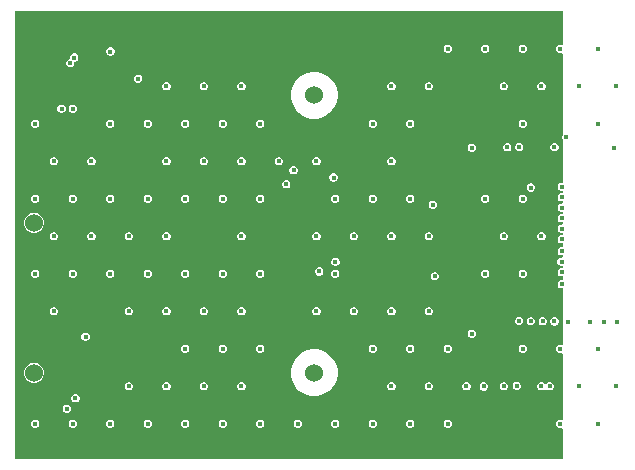
<source format=gbr>
%TF.GenerationSoftware,Altium Limited,Altium Designer,23.5.1 (21)*%
G04 Layer_Physical_Order=3*
G04 Layer_Color=8323857*
%FSLAX45Y45*%
%MOMM*%
%TF.SameCoordinates,0CF0D061-263B-42B0-A585-B6EE71A6EBF9*%
%TF.FilePolarity,Positive*%
%TF.FileFunction,Copper,L3,Inr,Signal*%
%TF.Part,Single*%
G01*
G75*
%TA.AperFunction,TestPad*%
%ADD31C,1.52400*%
%TA.AperFunction,ViaPad*%
%ADD33C,0.45000*%
%TA.AperFunction,ComponentPad*%
%ADD34C,1.52400*%
G36*
X7327900Y6073474D02*
X7315200Y6065340D01*
X7309502Y6067700D01*
X7295498D01*
X7282561Y6062341D01*
X7272659Y6052439D01*
X7267300Y6039502D01*
Y6025498D01*
X7272659Y6012561D01*
X7282561Y6002659D01*
X7295498Y5997300D01*
X7309502D01*
X7315200Y5999660D01*
X7327900Y5991526D01*
Y5307880D01*
X7324059Y5304039D01*
X7318700Y5291102D01*
Y5277098D01*
X7324059Y5264161D01*
X7327900Y5260320D01*
Y4914900D01*
Y4903107D01*
X7322202Y4899300D01*
X7308198D01*
X7295261Y4893941D01*
X7285359Y4884039D01*
X7280000Y4871102D01*
Y4857098D01*
X7285359Y4844161D01*
X7295261Y4834259D01*
X7308198Y4828900D01*
X7322202D01*
X7326657Y4825923D01*
Y4821255D01*
X7315190Y4810400D01*
X7308198D01*
X7295261Y4805041D01*
X7285359Y4795139D01*
X7280000Y4782202D01*
Y4768198D01*
X7285359Y4755261D01*
X7295261Y4745359D01*
X7308198Y4740000D01*
X7322202D01*
X7326657Y4737023D01*
Y4732355D01*
X7315190Y4721500D01*
X7308198D01*
X7295261Y4716141D01*
X7285359Y4706239D01*
X7280000Y4693302D01*
Y4679298D01*
X7285359Y4666361D01*
X7295261Y4656459D01*
X7308198Y4651100D01*
X7322202D01*
X7326657Y4648123D01*
Y4643455D01*
X7315190Y4632600D01*
X7308198D01*
X7295261Y4627241D01*
X7285359Y4617339D01*
X7280000Y4604402D01*
Y4590398D01*
X7285359Y4577461D01*
X7295261Y4567559D01*
X7308198Y4562200D01*
X7322202D01*
X7326657Y4559223D01*
Y4554555D01*
X7315190Y4543700D01*
X7308198D01*
X7295261Y4538341D01*
X7285359Y4528439D01*
X7280000Y4515502D01*
Y4501498D01*
X7285359Y4488561D01*
X7295261Y4478659D01*
X7308198Y4473300D01*
X7322202D01*
X7326657Y4470323D01*
Y4465655D01*
X7315190Y4454800D01*
X7308198D01*
X7295261Y4449441D01*
X7285359Y4439539D01*
X7280000Y4426602D01*
Y4412598D01*
X7285359Y4399661D01*
X7295261Y4389759D01*
X7308198Y4384400D01*
X7322202D01*
X7327900Y4380593D01*
Y4357007D01*
X7322202Y4353200D01*
X7308198D01*
X7295261Y4347841D01*
X7285359Y4337939D01*
X7280000Y4325002D01*
Y4310998D01*
X7285359Y4298061D01*
X7295261Y4288159D01*
X7308198Y4282800D01*
X7322202D01*
X7325792Y4280401D01*
Y4275204D01*
X7314356Y4264396D01*
X7307219D01*
X7294282Y4259037D01*
X7284380Y4249135D01*
X7279021Y4236198D01*
Y4222194D01*
X7284380Y4209257D01*
X7294282Y4199355D01*
X7307219Y4193996D01*
X7321223D01*
X7326013Y4190795D01*
Y4186521D01*
X7314368Y4175400D01*
X7308198D01*
X7295261Y4170041D01*
X7285359Y4160139D01*
X7280000Y4147202D01*
Y4133198D01*
X7285359Y4120261D01*
X7295261Y4110359D01*
X7308198Y4105000D01*
X7322202D01*
X7327900Y4101193D01*
Y4077607D01*
X7322202Y4073800D01*
X7308198D01*
X7295261Y4068441D01*
X7285359Y4058539D01*
X7280000Y4045602D01*
Y4031598D01*
X7285359Y4018661D01*
X7295261Y4008759D01*
X7308198Y4003400D01*
X7322202D01*
X7327900Y3999593D01*
Y3533474D01*
X7315200Y3525340D01*
X7309502Y3527700D01*
X7295498D01*
X7282561Y3522341D01*
X7272659Y3512439D01*
X7267300Y3499502D01*
Y3485498D01*
X7272659Y3472561D01*
X7282561Y3462659D01*
X7295498Y3457300D01*
X7309502D01*
X7315200Y3459660D01*
X7327900Y3451526D01*
Y2898474D01*
X7315200Y2890340D01*
X7309502Y2892700D01*
X7295498D01*
X7282561Y2887341D01*
X7272659Y2877439D01*
X7267300Y2864502D01*
Y2850498D01*
X7272659Y2837561D01*
X7282561Y2827659D01*
X7295498Y2822300D01*
X7309502D01*
X7315200Y2824660D01*
X7327900Y2816526D01*
Y2560391D01*
X2687391D01*
Y6355009D01*
X7327900D01*
Y6073474D01*
D02*
G37*
%LPC*%
G36*
X6992002Y6067700D02*
X6977998D01*
X6965061Y6062341D01*
X6955159Y6052439D01*
X6949800Y6039502D01*
Y6025498D01*
X6955159Y6012561D01*
X6965061Y6002659D01*
X6977998Y5997300D01*
X6992002D01*
X7004939Y6002659D01*
X7014841Y6012561D01*
X7020200Y6025498D01*
Y6039502D01*
X7014841Y6052439D01*
X7004939Y6062341D01*
X6992002Y6067700D01*
D02*
G37*
G36*
X6674502D02*
X6660498D01*
X6647561Y6062341D01*
X6637659Y6052439D01*
X6632300Y6039502D01*
Y6025498D01*
X6637659Y6012561D01*
X6647561Y6002659D01*
X6660498Y5997300D01*
X6674502D01*
X6687439Y6002659D01*
X6697341Y6012561D01*
X6702700Y6025498D01*
Y6039502D01*
X6697341Y6052439D01*
X6687439Y6062341D01*
X6674502Y6067700D01*
D02*
G37*
G36*
X6357002D02*
X6342998D01*
X6330061Y6062341D01*
X6320159Y6052439D01*
X6314800Y6039502D01*
Y6025498D01*
X6320159Y6012561D01*
X6330061Y6002659D01*
X6342998Y5997300D01*
X6357002D01*
X6369939Y6002659D01*
X6379841Y6012561D01*
X6385200Y6025498D01*
Y6039502D01*
X6379841Y6052439D01*
X6369939Y6062341D01*
X6357002Y6067700D01*
D02*
G37*
G36*
X3501132Y6043210D02*
X3487128D01*
X3474191Y6037851D01*
X3464289Y6027949D01*
X3458930Y6015012D01*
Y6001008D01*
X3464289Y5988071D01*
X3474191Y5978169D01*
X3487128Y5972810D01*
X3501132D01*
X3514069Y5978169D01*
X3523971Y5988071D01*
X3529330Y6001008D01*
Y6015012D01*
X3523971Y6027949D01*
X3514069Y6037851D01*
X3501132Y6043210D01*
D02*
G37*
G36*
X3194702Y5991971D02*
X3180698D01*
X3167761Y5986612D01*
X3157859Y5976710D01*
X3152500Y5963773D01*
Y5949770D01*
X3149728Y5945621D01*
X3146334D01*
X3133397Y5940262D01*
X3123495Y5930360D01*
X3118136Y5917423D01*
Y5903419D01*
X3123495Y5890482D01*
X3133397Y5880580D01*
X3146334Y5875221D01*
X3160337D01*
X3173275Y5880580D01*
X3183177Y5890482D01*
X3188535Y5903419D01*
Y5917422D01*
X3191308Y5921572D01*
X3194702D01*
X3207639Y5926930D01*
X3217541Y5936832D01*
X3222900Y5949770D01*
Y5963773D01*
X3217541Y5976710D01*
X3207639Y5986612D01*
X3194702Y5991971D01*
D02*
G37*
G36*
X3735722Y5813700D02*
X3721718D01*
X3708781Y5808341D01*
X3698879Y5798439D01*
X3693520Y5785502D01*
Y5771498D01*
X3698879Y5758561D01*
X3708781Y5748659D01*
X3721718Y5743300D01*
X3735722D01*
X3748659Y5748659D01*
X3758561Y5758561D01*
X3763920Y5771498D01*
Y5785502D01*
X3758561Y5798439D01*
X3748659Y5808341D01*
X3735722Y5813700D01*
D02*
G37*
G36*
X7150752Y5750200D02*
X7136748D01*
X7123811Y5744841D01*
X7113909Y5734939D01*
X7108550Y5722002D01*
Y5707998D01*
X7113909Y5695061D01*
X7123811Y5685159D01*
X7136748Y5679800D01*
X7150752D01*
X7163689Y5685159D01*
X7173591Y5695061D01*
X7178950Y5707998D01*
Y5722002D01*
X7173591Y5734939D01*
X7163689Y5744841D01*
X7150752Y5750200D01*
D02*
G37*
G36*
X6833252D02*
X6819248D01*
X6806311Y5744841D01*
X6796409Y5734939D01*
X6791050Y5722002D01*
Y5707998D01*
X6796409Y5695061D01*
X6806311Y5685159D01*
X6819248Y5679800D01*
X6833252D01*
X6846189Y5685159D01*
X6856091Y5695061D01*
X6861450Y5707998D01*
Y5722002D01*
X6856091Y5734939D01*
X6846189Y5744841D01*
X6833252Y5750200D01*
D02*
G37*
G36*
X6198252D02*
X6184248D01*
X6171311Y5744841D01*
X6161409Y5734939D01*
X6156050Y5722002D01*
Y5707998D01*
X6161409Y5695061D01*
X6171311Y5685159D01*
X6184248Y5679800D01*
X6198252D01*
X6211189Y5685159D01*
X6221091Y5695061D01*
X6226450Y5707998D01*
Y5722002D01*
X6221091Y5734939D01*
X6211189Y5744841D01*
X6198252Y5750200D01*
D02*
G37*
G36*
X5880752D02*
X5866748D01*
X5853811Y5744841D01*
X5843909Y5734939D01*
X5838550Y5722002D01*
Y5707998D01*
X5843909Y5695061D01*
X5853811Y5685159D01*
X5866748Y5679800D01*
X5880752D01*
X5893689Y5685159D01*
X5903591Y5695061D01*
X5908950Y5707998D01*
Y5722002D01*
X5903591Y5734939D01*
X5893689Y5744841D01*
X5880752Y5750200D01*
D02*
G37*
G36*
X4610752D02*
X4596748D01*
X4583811Y5744841D01*
X4573909Y5734939D01*
X4568550Y5722002D01*
Y5707998D01*
X4573909Y5695061D01*
X4583811Y5685159D01*
X4596748Y5679800D01*
X4610752D01*
X4623689Y5685159D01*
X4633591Y5695061D01*
X4638950Y5707998D01*
Y5722002D01*
X4633591Y5734939D01*
X4623689Y5744841D01*
X4610752Y5750200D01*
D02*
G37*
G36*
X4293252D02*
X4279248D01*
X4266311Y5744841D01*
X4256409Y5734939D01*
X4251050Y5722002D01*
Y5707998D01*
X4256409Y5695061D01*
X4266311Y5685159D01*
X4279248Y5679800D01*
X4293252D01*
X4306189Y5685159D01*
X4316091Y5695061D01*
X4321450Y5707998D01*
Y5722002D01*
X4316091Y5734939D01*
X4306189Y5744841D01*
X4293252Y5750200D01*
D02*
G37*
G36*
X3975752D02*
X3961748D01*
X3948811Y5744841D01*
X3938909Y5734939D01*
X3933550Y5722002D01*
Y5707998D01*
X3938909Y5695061D01*
X3948811Y5685159D01*
X3961748Y5679800D01*
X3975752D01*
X3988689Y5685159D01*
X3998591Y5695061D01*
X4003950Y5707998D01*
Y5722002D01*
X3998591Y5734939D01*
X3988689Y5744841D01*
X3975752Y5750200D01*
D02*
G37*
G36*
X3182002Y5559700D02*
X3167998D01*
X3155061Y5554341D01*
X3145159Y5544439D01*
X3139800Y5531502D01*
Y5517498D01*
X3145159Y5504561D01*
X3155061Y5494659D01*
X3167998Y5489300D01*
X3182002D01*
X3194939Y5494659D01*
X3204841Y5504561D01*
X3210200Y5517498D01*
Y5531502D01*
X3204841Y5544439D01*
X3194939Y5554341D01*
X3182002Y5559700D01*
D02*
G37*
G36*
X3088022D02*
X3074018D01*
X3061081Y5554341D01*
X3051179Y5544439D01*
X3045820Y5531502D01*
Y5517498D01*
X3051179Y5504561D01*
X3061081Y5494659D01*
X3074018Y5489300D01*
X3088022D01*
X3100959Y5494659D01*
X3110861Y5504561D01*
X3116220Y5517498D01*
Y5531502D01*
X3110861Y5544439D01*
X3100959Y5554341D01*
X3088022Y5559700D01*
D02*
G37*
G36*
X5239174Y5836520D02*
X5200226D01*
X5162027Y5828922D01*
X5126045Y5814017D01*
X5093661Y5792379D01*
X5066121Y5764839D01*
X5044483Y5732455D01*
X5029578Y5696473D01*
X5021980Y5658274D01*
Y5619326D01*
X5029578Y5581127D01*
X5044483Y5545145D01*
X5066121Y5512761D01*
X5093661Y5485221D01*
X5126045Y5463583D01*
X5162027Y5448678D01*
X5200226Y5441080D01*
X5239174D01*
X5277373Y5448678D01*
X5313355Y5463583D01*
X5345739Y5485221D01*
X5373279Y5512761D01*
X5394917Y5545145D01*
X5409822Y5581127D01*
X5417420Y5619326D01*
Y5658274D01*
X5409822Y5696473D01*
X5394917Y5732455D01*
X5373279Y5764839D01*
X5345739Y5792379D01*
X5313355Y5814017D01*
X5277373Y5828922D01*
X5239174Y5836520D01*
D02*
G37*
G36*
X6992002Y5432700D02*
X6977998D01*
X6965061Y5427341D01*
X6955159Y5417439D01*
X6949800Y5404502D01*
Y5390498D01*
X6955159Y5377561D01*
X6965061Y5367659D01*
X6977998Y5362300D01*
X6992002D01*
X7004939Y5367659D01*
X7014841Y5377561D01*
X7020200Y5390498D01*
Y5404502D01*
X7014841Y5417439D01*
X7004939Y5427341D01*
X6992002Y5432700D01*
D02*
G37*
G36*
X6039502D02*
X6025498D01*
X6012561Y5427341D01*
X6002659Y5417439D01*
X5997300Y5404502D01*
Y5390498D01*
X6002659Y5377561D01*
X6012561Y5367659D01*
X6025498Y5362300D01*
X6039502D01*
X6052439Y5367659D01*
X6062341Y5377561D01*
X6067700Y5390498D01*
Y5404502D01*
X6062341Y5417439D01*
X6052439Y5427341D01*
X6039502Y5432700D01*
D02*
G37*
G36*
X5722002D02*
X5707998D01*
X5695061Y5427341D01*
X5685159Y5417439D01*
X5679800Y5404502D01*
Y5390498D01*
X5685159Y5377561D01*
X5695061Y5367659D01*
X5707998Y5362300D01*
X5722002D01*
X5734939Y5367659D01*
X5744841Y5377561D01*
X5750200Y5390498D01*
Y5404502D01*
X5744841Y5417439D01*
X5734939Y5427341D01*
X5722002Y5432700D01*
D02*
G37*
G36*
X4769502D02*
X4755498D01*
X4742561Y5427341D01*
X4732659Y5417439D01*
X4727300Y5404502D01*
Y5390498D01*
X4732659Y5377561D01*
X4742561Y5367659D01*
X4755498Y5362300D01*
X4769502D01*
X4782439Y5367659D01*
X4792341Y5377561D01*
X4797700Y5390498D01*
Y5404502D01*
X4792341Y5417439D01*
X4782439Y5427341D01*
X4769502Y5432700D01*
D02*
G37*
G36*
X4452002D02*
X4437998D01*
X4425061Y5427341D01*
X4415159Y5417439D01*
X4409800Y5404502D01*
Y5390498D01*
X4415159Y5377561D01*
X4425061Y5367659D01*
X4437998Y5362300D01*
X4452002D01*
X4464939Y5367659D01*
X4474841Y5377561D01*
X4480200Y5390498D01*
Y5404502D01*
X4474841Y5417439D01*
X4464939Y5427341D01*
X4452002Y5432700D01*
D02*
G37*
G36*
X4134502D02*
X4120498D01*
X4107561Y5427341D01*
X4097659Y5417439D01*
X4092300Y5404502D01*
Y5390498D01*
X4097659Y5377561D01*
X4107561Y5367659D01*
X4120498Y5362300D01*
X4134502D01*
X4147439Y5367659D01*
X4157341Y5377561D01*
X4162700Y5390498D01*
Y5404502D01*
X4157341Y5417439D01*
X4147439Y5427341D01*
X4134502Y5432700D01*
D02*
G37*
G36*
X3817002D02*
X3802998D01*
X3790061Y5427341D01*
X3780159Y5417439D01*
X3774800Y5404502D01*
Y5390498D01*
X3780159Y5377561D01*
X3790061Y5367659D01*
X3802998Y5362300D01*
X3817002D01*
X3829939Y5367659D01*
X3839841Y5377561D01*
X3845200Y5390498D01*
Y5404502D01*
X3839841Y5417439D01*
X3829939Y5427341D01*
X3817002Y5432700D01*
D02*
G37*
G36*
X3499502D02*
X3485498D01*
X3472561Y5427341D01*
X3462659Y5417439D01*
X3457300Y5404502D01*
Y5390498D01*
X3462659Y5377561D01*
X3472561Y5367659D01*
X3485498Y5362300D01*
X3499502D01*
X3512439Y5367659D01*
X3522341Y5377561D01*
X3527700Y5390498D01*
Y5404502D01*
X3522341Y5417439D01*
X3512439Y5427341D01*
X3499502Y5432700D01*
D02*
G37*
G36*
X2864502D02*
X2850498D01*
X2837561Y5427341D01*
X2827659Y5417439D01*
X2822300Y5404502D01*
Y5390498D01*
X2827659Y5377561D01*
X2837561Y5367659D01*
X2850498Y5362300D01*
X2864502D01*
X2877439Y5367659D01*
X2887341Y5377561D01*
X2892700Y5390498D01*
Y5404502D01*
X2887341Y5417439D01*
X2877439Y5427341D01*
X2864502Y5432700D01*
D02*
G37*
G36*
X6960902Y5235200D02*
X6946898D01*
X6933961Y5229841D01*
X6924059Y5219939D01*
X6918700Y5207002D01*
Y5192998D01*
X6924059Y5180061D01*
X6933961Y5170159D01*
X6946898Y5164800D01*
X6960902D01*
X6973839Y5170159D01*
X6983741Y5180061D01*
X6989100Y5192998D01*
Y5207002D01*
X6983741Y5219939D01*
X6973839Y5229841D01*
X6960902Y5235200D01*
D02*
G37*
G36*
X7260902Y5234800D02*
X7246898D01*
X7233961Y5229441D01*
X7224059Y5219539D01*
X7218700Y5206602D01*
Y5192598D01*
X7224059Y5179661D01*
X7233961Y5169759D01*
X7246898Y5164400D01*
X7260902D01*
X7273839Y5169759D01*
X7283741Y5179661D01*
X7289100Y5192598D01*
Y5206602D01*
X7283741Y5219539D01*
X7273839Y5229441D01*
X7260902Y5234800D01*
D02*
G37*
G36*
X6860902Y5233600D02*
X6846898D01*
X6833961Y5228241D01*
X6824059Y5218339D01*
X6818700Y5205402D01*
Y5191398D01*
X6824059Y5178461D01*
X6833961Y5168559D01*
X6846898Y5163200D01*
X6860902D01*
X6873839Y5168559D01*
X6883741Y5178461D01*
X6889100Y5191398D01*
Y5205402D01*
X6883741Y5218339D01*
X6873839Y5228241D01*
X6860902Y5233600D01*
D02*
G37*
G36*
X6560902Y5228800D02*
X6546898D01*
X6533961Y5223441D01*
X6524059Y5213539D01*
X6518700Y5200602D01*
Y5186598D01*
X6524059Y5173661D01*
X6533961Y5163759D01*
X6546898Y5158400D01*
X6560902D01*
X6573839Y5163759D01*
X6583741Y5173661D01*
X6589100Y5186598D01*
Y5200602D01*
X6583741Y5213539D01*
X6573839Y5223441D01*
X6560902Y5228800D01*
D02*
G37*
G36*
X5880752Y5115200D02*
X5866748D01*
X5853811Y5109841D01*
X5843909Y5099939D01*
X5838550Y5087002D01*
Y5072998D01*
X5843909Y5060061D01*
X5853811Y5050159D01*
X5866748Y5044800D01*
X5880752D01*
X5893689Y5050159D01*
X5903591Y5060061D01*
X5908950Y5072998D01*
Y5087002D01*
X5903591Y5099939D01*
X5893689Y5109841D01*
X5880752Y5115200D01*
D02*
G37*
G36*
X5245752D02*
X5231748D01*
X5218811Y5109841D01*
X5208909Y5099939D01*
X5203550Y5087002D01*
Y5072998D01*
X5208909Y5060061D01*
X5218811Y5050159D01*
X5231748Y5044800D01*
X5245752D01*
X5258689Y5050159D01*
X5268591Y5060061D01*
X5273950Y5072998D01*
Y5087002D01*
X5268591Y5099939D01*
X5258689Y5109841D01*
X5245752Y5115200D01*
D02*
G37*
G36*
X4928252D02*
X4914248D01*
X4901311Y5109841D01*
X4891409Y5099939D01*
X4886050Y5087002D01*
Y5072998D01*
X4891409Y5060061D01*
X4901311Y5050159D01*
X4914248Y5044800D01*
X4928252D01*
X4941189Y5050159D01*
X4951091Y5060061D01*
X4956450Y5072998D01*
Y5087002D01*
X4951091Y5099939D01*
X4941189Y5109841D01*
X4928252Y5115200D01*
D02*
G37*
G36*
X4610752D02*
X4596748D01*
X4583811Y5109841D01*
X4573909Y5099939D01*
X4568550Y5087002D01*
Y5072998D01*
X4573909Y5060061D01*
X4583811Y5050159D01*
X4596748Y5044800D01*
X4610752D01*
X4623689Y5050159D01*
X4633591Y5060061D01*
X4638950Y5072998D01*
Y5087002D01*
X4633591Y5099939D01*
X4623689Y5109841D01*
X4610752Y5115200D01*
D02*
G37*
G36*
X4293252D02*
X4279248D01*
X4266311Y5109841D01*
X4256409Y5099939D01*
X4251050Y5087002D01*
Y5072998D01*
X4256409Y5060061D01*
X4266311Y5050159D01*
X4279248Y5044800D01*
X4293252D01*
X4306189Y5050159D01*
X4316091Y5060061D01*
X4321450Y5072998D01*
Y5087002D01*
X4316091Y5099939D01*
X4306189Y5109841D01*
X4293252Y5115200D01*
D02*
G37*
G36*
X3975752D02*
X3961748D01*
X3948811Y5109841D01*
X3938909Y5099939D01*
X3933550Y5087002D01*
Y5072998D01*
X3938909Y5060061D01*
X3948811Y5050159D01*
X3961748Y5044800D01*
X3975752D01*
X3988689Y5050159D01*
X3998591Y5060061D01*
X4003950Y5072998D01*
Y5087002D01*
X3998591Y5099939D01*
X3988689Y5109841D01*
X3975752Y5115200D01*
D02*
G37*
G36*
X3340752D02*
X3326748D01*
X3313811Y5109841D01*
X3303909Y5099939D01*
X3298550Y5087002D01*
Y5072998D01*
X3303909Y5060061D01*
X3313811Y5050159D01*
X3326748Y5044800D01*
X3340752D01*
X3353689Y5050159D01*
X3363591Y5060061D01*
X3368950Y5072998D01*
Y5087002D01*
X3363591Y5099939D01*
X3353689Y5109841D01*
X3340752Y5115200D01*
D02*
G37*
G36*
X3023252D02*
X3009248D01*
X2996311Y5109841D01*
X2986409Y5099939D01*
X2981050Y5087002D01*
Y5072998D01*
X2986409Y5060061D01*
X2996311Y5050159D01*
X3009248Y5044800D01*
X3023252D01*
X3036189Y5050159D01*
X3046091Y5060061D01*
X3051450Y5072998D01*
Y5087002D01*
X3046091Y5099939D01*
X3036189Y5109841D01*
X3023252Y5115200D01*
D02*
G37*
G36*
X5051442Y5037860D02*
X5037438D01*
X5024501Y5032501D01*
X5014599Y5022599D01*
X5009240Y5009662D01*
Y4995658D01*
X5014599Y4982721D01*
X5024501Y4972819D01*
X5037438Y4967460D01*
X5051442D01*
X5064379Y4972819D01*
X5074281Y4982721D01*
X5079640Y4995658D01*
Y5009662D01*
X5074281Y5022599D01*
X5064379Y5032501D01*
X5051442Y5037860D01*
D02*
G37*
G36*
X5390302Y4977000D02*
X5376298D01*
X5363361Y4971641D01*
X5353459Y4961739D01*
X5348100Y4948802D01*
Y4934798D01*
X5353459Y4921861D01*
X5363361Y4911959D01*
X5376298Y4906600D01*
X5390302D01*
X5403239Y4911959D01*
X5413141Y4921861D01*
X5418500Y4934798D01*
Y4948802D01*
X5413141Y4961739D01*
X5403239Y4971641D01*
X5390302Y4977000D01*
D02*
G37*
G36*
X4990482Y4919620D02*
X4976478D01*
X4963541Y4914261D01*
X4953639Y4904359D01*
X4948280Y4891422D01*
Y4877418D01*
X4953639Y4864481D01*
X4963541Y4854579D01*
X4976478Y4849220D01*
X4990482D01*
X5003419Y4854579D01*
X5013321Y4864481D01*
X5018680Y4877418D01*
Y4891422D01*
X5013321Y4904359D01*
X5003419Y4914261D01*
X4990482Y4919620D01*
D02*
G37*
G36*
X7060902Y4892000D02*
X7046898D01*
X7033961Y4886641D01*
X7024059Y4876739D01*
X7018700Y4863802D01*
Y4849798D01*
X7024059Y4836861D01*
X7033961Y4826959D01*
X7046898Y4821600D01*
X7060902D01*
X7073839Y4826959D01*
X7083741Y4836861D01*
X7089100Y4849798D01*
Y4863802D01*
X7083741Y4876739D01*
X7073839Y4886641D01*
X7060902Y4892000D01*
D02*
G37*
G36*
X6992002Y4797700D02*
X6977998D01*
X6965061Y4792341D01*
X6955159Y4782439D01*
X6949800Y4769502D01*
Y4755498D01*
X6955159Y4742561D01*
X6965061Y4732659D01*
X6977998Y4727300D01*
X6992002D01*
X7004939Y4732659D01*
X7014841Y4742561D01*
X7020200Y4755498D01*
Y4769502D01*
X7014841Y4782439D01*
X7004939Y4792341D01*
X6992002Y4797700D01*
D02*
G37*
G36*
X6674502D02*
X6660498D01*
X6647561Y4792341D01*
X6637659Y4782439D01*
X6632300Y4769502D01*
Y4755498D01*
X6637659Y4742561D01*
X6647561Y4732659D01*
X6660498Y4727300D01*
X6674502D01*
X6687439Y4732659D01*
X6697341Y4742561D01*
X6702700Y4755498D01*
Y4769502D01*
X6697341Y4782439D01*
X6687439Y4792341D01*
X6674502Y4797700D01*
D02*
G37*
G36*
X6039502D02*
X6025498D01*
X6012561Y4792341D01*
X6002659Y4782439D01*
X5997300Y4769502D01*
Y4755498D01*
X6002659Y4742561D01*
X6012561Y4732659D01*
X6025498Y4727300D01*
X6039502D01*
X6052439Y4732659D01*
X6062341Y4742561D01*
X6067700Y4755498D01*
Y4769502D01*
X6062341Y4782439D01*
X6052439Y4792341D01*
X6039502Y4797700D01*
D02*
G37*
G36*
X5722002D02*
X5707998D01*
X5695061Y4792341D01*
X5685159Y4782439D01*
X5679800Y4769502D01*
Y4755498D01*
X5685159Y4742561D01*
X5695061Y4732659D01*
X5707998Y4727300D01*
X5722002D01*
X5734939Y4732659D01*
X5744841Y4742561D01*
X5750200Y4755498D01*
Y4769502D01*
X5744841Y4782439D01*
X5734939Y4792341D01*
X5722002Y4797700D01*
D02*
G37*
G36*
X5404502D02*
X5390498D01*
X5377561Y4792341D01*
X5367659Y4782439D01*
X5362300Y4769502D01*
Y4755498D01*
X5367659Y4742561D01*
X5377561Y4732659D01*
X5390498Y4727300D01*
X5404502D01*
X5417439Y4732659D01*
X5427341Y4742561D01*
X5432700Y4755498D01*
Y4769502D01*
X5427341Y4782439D01*
X5417439Y4792341D01*
X5404502Y4797700D01*
D02*
G37*
G36*
X4769502D02*
X4755498D01*
X4742561Y4792341D01*
X4732659Y4782439D01*
X4727300Y4769502D01*
Y4755498D01*
X4732659Y4742561D01*
X4742561Y4732659D01*
X4755498Y4727300D01*
X4769502D01*
X4782439Y4732659D01*
X4792341Y4742561D01*
X4797700Y4755498D01*
Y4769502D01*
X4792341Y4782439D01*
X4782439Y4792341D01*
X4769502Y4797700D01*
D02*
G37*
G36*
X4452002D02*
X4437998D01*
X4425061Y4792341D01*
X4415159Y4782439D01*
X4409800Y4769502D01*
Y4755498D01*
X4415159Y4742561D01*
X4425061Y4732659D01*
X4437998Y4727300D01*
X4452002D01*
X4464939Y4732659D01*
X4474841Y4742561D01*
X4480200Y4755498D01*
Y4769502D01*
X4474841Y4782439D01*
X4464939Y4792341D01*
X4452002Y4797700D01*
D02*
G37*
G36*
X4134502D02*
X4120498D01*
X4107561Y4792341D01*
X4097659Y4782439D01*
X4092300Y4769502D01*
Y4755498D01*
X4097659Y4742561D01*
X4107561Y4732659D01*
X4120498Y4727300D01*
X4134502D01*
X4147439Y4732659D01*
X4157341Y4742561D01*
X4162700Y4755498D01*
Y4769502D01*
X4157341Y4782439D01*
X4147439Y4792341D01*
X4134502Y4797700D01*
D02*
G37*
G36*
X3817002D02*
X3802998D01*
X3790061Y4792341D01*
X3780159Y4782439D01*
X3774800Y4769502D01*
Y4755498D01*
X3780159Y4742561D01*
X3790061Y4732659D01*
X3802998Y4727300D01*
X3817002D01*
X3829939Y4732659D01*
X3839841Y4742561D01*
X3845200Y4755498D01*
Y4769502D01*
X3839841Y4782439D01*
X3829939Y4792341D01*
X3817002Y4797700D01*
D02*
G37*
G36*
X3499502D02*
X3485498D01*
X3472561Y4792341D01*
X3462659Y4782439D01*
X3457300Y4769502D01*
Y4755498D01*
X3462659Y4742561D01*
X3472561Y4732659D01*
X3485498Y4727300D01*
X3499502D01*
X3512439Y4732659D01*
X3522341Y4742561D01*
X3527700Y4755498D01*
Y4769502D01*
X3522341Y4782439D01*
X3512439Y4792341D01*
X3499502Y4797700D01*
D02*
G37*
G36*
X3182002D02*
X3167998D01*
X3155061Y4792341D01*
X3145159Y4782439D01*
X3139800Y4769502D01*
Y4755498D01*
X3145159Y4742561D01*
X3155061Y4732659D01*
X3167998Y4727300D01*
X3182002D01*
X3194939Y4732659D01*
X3204841Y4742561D01*
X3210200Y4755498D01*
Y4769502D01*
X3204841Y4782439D01*
X3194939Y4792341D01*
X3182002Y4797700D01*
D02*
G37*
G36*
X2864502D02*
X2850498D01*
X2837561Y4792341D01*
X2827659Y4782439D01*
X2822300Y4769502D01*
Y4755498D01*
X2827659Y4742561D01*
X2837561Y4732659D01*
X2850498Y4727300D01*
X2864502D01*
X2877439Y4732659D01*
X2887341Y4742561D01*
X2892700Y4755498D01*
Y4769502D01*
X2887341Y4782439D01*
X2877439Y4792341D01*
X2864502Y4797700D01*
D02*
G37*
G36*
X6230002Y4746900D02*
X6215998D01*
X6203061Y4741541D01*
X6193159Y4731639D01*
X6187800Y4718702D01*
Y4704698D01*
X6193159Y4691761D01*
X6203061Y4681859D01*
X6215998Y4676500D01*
X6230002D01*
X6242939Y4681859D01*
X6252841Y4691761D01*
X6258200Y4704698D01*
Y4718702D01*
X6252841Y4731639D01*
X6242939Y4741541D01*
X6230002Y4746900D01*
D02*
G37*
G36*
X2858542Y4644390D02*
X2836138D01*
X2814497Y4638591D01*
X2795093Y4627389D01*
X2779251Y4611547D01*
X2768049Y4592143D01*
X2762250Y4570502D01*
Y4548098D01*
X2768049Y4526457D01*
X2779251Y4507053D01*
X2795093Y4491211D01*
X2814497Y4480009D01*
X2836138Y4474210D01*
X2858542D01*
X2880183Y4480009D01*
X2899587Y4491211D01*
X2915429Y4507053D01*
X2926631Y4526457D01*
X2932430Y4548098D01*
Y4570502D01*
X2926631Y4592143D01*
X2915429Y4611547D01*
X2899587Y4627389D01*
X2880183Y4638591D01*
X2858542Y4644390D01*
D02*
G37*
G36*
X7150752Y4480200D02*
X7136748D01*
X7123811Y4474841D01*
X7113909Y4464939D01*
X7108550Y4452002D01*
Y4437998D01*
X7113909Y4425061D01*
X7123811Y4415159D01*
X7136748Y4409800D01*
X7150752D01*
X7163689Y4415159D01*
X7173591Y4425061D01*
X7178950Y4437998D01*
Y4452002D01*
X7173591Y4464939D01*
X7163689Y4474841D01*
X7150752Y4480200D01*
D02*
G37*
G36*
X6833252D02*
X6819248D01*
X6806311Y4474841D01*
X6796409Y4464939D01*
X6791050Y4452002D01*
Y4437998D01*
X6796409Y4425061D01*
X6806311Y4415159D01*
X6819248Y4409800D01*
X6833252D01*
X6846189Y4415159D01*
X6856091Y4425061D01*
X6861450Y4437998D01*
Y4452002D01*
X6856091Y4464939D01*
X6846189Y4474841D01*
X6833252Y4480200D01*
D02*
G37*
G36*
X6198252D02*
X6184248D01*
X6171311Y4474841D01*
X6161409Y4464939D01*
X6156050Y4452002D01*
Y4437998D01*
X6161409Y4425061D01*
X6171311Y4415159D01*
X6184248Y4409800D01*
X6198252D01*
X6211189Y4415159D01*
X6221091Y4425061D01*
X6226450Y4437998D01*
Y4452002D01*
X6221091Y4464939D01*
X6211189Y4474841D01*
X6198252Y4480200D01*
D02*
G37*
G36*
X5880752D02*
X5866748D01*
X5853811Y4474841D01*
X5843909Y4464939D01*
X5838550Y4452002D01*
Y4437998D01*
X5843909Y4425061D01*
X5853811Y4415159D01*
X5866748Y4409800D01*
X5880752D01*
X5893689Y4415159D01*
X5903591Y4425061D01*
X5908950Y4437998D01*
Y4452002D01*
X5903591Y4464939D01*
X5893689Y4474841D01*
X5880752Y4480200D01*
D02*
G37*
G36*
X5563252D02*
X5549248D01*
X5536311Y4474841D01*
X5526409Y4464939D01*
X5521050Y4452002D01*
Y4437998D01*
X5526409Y4425061D01*
X5536311Y4415159D01*
X5549248Y4409800D01*
X5563252D01*
X5576189Y4415159D01*
X5586091Y4425061D01*
X5591450Y4437998D01*
Y4452002D01*
X5586091Y4464939D01*
X5576189Y4474841D01*
X5563252Y4480200D01*
D02*
G37*
G36*
X5245752D02*
X5231748D01*
X5218811Y4474841D01*
X5208909Y4464939D01*
X5203550Y4452002D01*
Y4437998D01*
X5208909Y4425061D01*
X5218811Y4415159D01*
X5231748Y4409800D01*
X5245752D01*
X5258689Y4415159D01*
X5268591Y4425061D01*
X5273950Y4437998D01*
Y4452002D01*
X5268591Y4464939D01*
X5258689Y4474841D01*
X5245752Y4480200D01*
D02*
G37*
G36*
X4610752D02*
X4596748D01*
X4583811Y4474841D01*
X4573909Y4464939D01*
X4568550Y4452002D01*
Y4437998D01*
X4573909Y4425061D01*
X4583811Y4415159D01*
X4596748Y4409800D01*
X4610752D01*
X4623689Y4415159D01*
X4633591Y4425061D01*
X4638950Y4437998D01*
Y4452002D01*
X4633591Y4464939D01*
X4623689Y4474841D01*
X4610752Y4480200D01*
D02*
G37*
G36*
X3975752D02*
X3961748D01*
X3948811Y4474841D01*
X3938909Y4464939D01*
X3933550Y4452002D01*
Y4437998D01*
X3938909Y4425061D01*
X3948811Y4415159D01*
X3961748Y4409800D01*
X3975752D01*
X3988689Y4415159D01*
X3998591Y4425061D01*
X4003950Y4437998D01*
Y4452002D01*
X3998591Y4464939D01*
X3988689Y4474841D01*
X3975752Y4480200D01*
D02*
G37*
G36*
X3658252D02*
X3644248D01*
X3631311Y4474841D01*
X3621409Y4464939D01*
X3616050Y4452002D01*
Y4437998D01*
X3621409Y4425061D01*
X3631311Y4415159D01*
X3644248Y4409800D01*
X3658252D01*
X3671189Y4415159D01*
X3681091Y4425061D01*
X3686450Y4437998D01*
Y4452002D01*
X3681091Y4464939D01*
X3671189Y4474841D01*
X3658252Y4480200D01*
D02*
G37*
G36*
X3340752D02*
X3326748D01*
X3313811Y4474841D01*
X3303909Y4464939D01*
X3298550Y4452002D01*
Y4437998D01*
X3303909Y4425061D01*
X3313811Y4415159D01*
X3326748Y4409800D01*
X3340752D01*
X3353689Y4415159D01*
X3363591Y4425061D01*
X3368950Y4437998D01*
Y4452002D01*
X3363591Y4464939D01*
X3353689Y4474841D01*
X3340752Y4480200D01*
D02*
G37*
G36*
X3023252D02*
X3009248D01*
X2996311Y4474841D01*
X2986409Y4464939D01*
X2981050Y4452002D01*
Y4437998D01*
X2986409Y4425061D01*
X2996311Y4415159D01*
X3009248Y4409800D01*
X3023252D01*
X3036189Y4415159D01*
X3046091Y4425061D01*
X3051450Y4437998D01*
Y4452002D01*
X3046091Y4464939D01*
X3036189Y4474841D01*
X3023252Y4480200D01*
D02*
G37*
G36*
X5406402Y4262400D02*
X5392398D01*
X5379461Y4257041D01*
X5369559Y4247139D01*
X5364200Y4234202D01*
Y4220198D01*
X5369559Y4207261D01*
X5379461Y4197359D01*
X5392398Y4192000D01*
X5406402D01*
X5419339Y4197359D01*
X5429241Y4207261D01*
X5434600Y4220198D01*
Y4234202D01*
X5429241Y4247139D01*
X5419339Y4257041D01*
X5406402Y4262400D01*
D02*
G37*
G36*
X5269262Y4182400D02*
X5255258D01*
X5242321Y4177041D01*
X5232419Y4167139D01*
X5227060Y4154202D01*
Y4140198D01*
X5232419Y4127261D01*
X5242321Y4117359D01*
X5255258Y4112000D01*
X5269262D01*
X5282199Y4117359D01*
X5292101Y4127261D01*
X5297460Y4140198D01*
Y4154202D01*
X5292101Y4167139D01*
X5282199Y4177041D01*
X5269262Y4182400D01*
D02*
G37*
G36*
X6992002Y4162700D02*
X6977998D01*
X6965061Y4157341D01*
X6955159Y4147439D01*
X6949800Y4134502D01*
Y4120498D01*
X6955159Y4107561D01*
X6965061Y4097659D01*
X6977998Y4092300D01*
X6992002D01*
X7004939Y4097659D01*
X7014841Y4107561D01*
X7020200Y4120498D01*
Y4134502D01*
X7014841Y4147439D01*
X7004939Y4157341D01*
X6992002Y4162700D01*
D02*
G37*
G36*
X6674502D02*
X6660498D01*
X6647561Y4157341D01*
X6637659Y4147439D01*
X6632300Y4134502D01*
Y4120498D01*
X6637659Y4107561D01*
X6647561Y4097659D01*
X6660498Y4092300D01*
X6674502D01*
X6687439Y4097659D01*
X6697341Y4107561D01*
X6702700Y4120498D01*
Y4134502D01*
X6697341Y4147439D01*
X6687439Y4157341D01*
X6674502Y4162700D01*
D02*
G37*
G36*
X5404502D02*
X5390498D01*
X5377561Y4157341D01*
X5367659Y4147439D01*
X5362300Y4134502D01*
Y4120498D01*
X5367659Y4107561D01*
X5377561Y4097659D01*
X5390498Y4092300D01*
X5404502D01*
X5417439Y4097659D01*
X5427341Y4107561D01*
X5432700Y4120498D01*
Y4134502D01*
X5427341Y4147439D01*
X5417439Y4157341D01*
X5404502Y4162700D01*
D02*
G37*
G36*
X4769502D02*
X4755498D01*
X4742561Y4157341D01*
X4732659Y4147439D01*
X4727300Y4134502D01*
Y4120498D01*
X4732659Y4107561D01*
X4742561Y4097659D01*
X4755498Y4092300D01*
X4769502D01*
X4782439Y4097659D01*
X4792341Y4107561D01*
X4797700Y4120498D01*
Y4134502D01*
X4792341Y4147439D01*
X4782439Y4157341D01*
X4769502Y4162700D01*
D02*
G37*
G36*
X4452002D02*
X4437998D01*
X4425061Y4157341D01*
X4415159Y4147439D01*
X4409800Y4134502D01*
Y4120498D01*
X4415159Y4107561D01*
X4425061Y4097659D01*
X4437998Y4092300D01*
X4452002D01*
X4464939Y4097659D01*
X4474841Y4107561D01*
X4480200Y4120498D01*
Y4134502D01*
X4474841Y4147439D01*
X4464939Y4157341D01*
X4452002Y4162700D01*
D02*
G37*
G36*
X4134502D02*
X4120498D01*
X4107561Y4157341D01*
X4097659Y4147439D01*
X4092300Y4134502D01*
Y4120498D01*
X4097659Y4107561D01*
X4107561Y4097659D01*
X4120498Y4092300D01*
X4134502D01*
X4147439Y4097659D01*
X4157341Y4107561D01*
X4162700Y4120498D01*
Y4134502D01*
X4157341Y4147439D01*
X4147439Y4157341D01*
X4134502Y4162700D01*
D02*
G37*
G36*
X3817002D02*
X3802998D01*
X3790061Y4157341D01*
X3780159Y4147439D01*
X3774800Y4134502D01*
Y4120498D01*
X3780159Y4107561D01*
X3790061Y4097659D01*
X3802998Y4092300D01*
X3817002D01*
X3829939Y4097659D01*
X3839841Y4107561D01*
X3845200Y4120498D01*
Y4134502D01*
X3839841Y4147439D01*
X3829939Y4157341D01*
X3817002Y4162700D01*
D02*
G37*
G36*
X3499502D02*
X3485498D01*
X3472561Y4157341D01*
X3462659Y4147439D01*
X3457300Y4134502D01*
Y4120498D01*
X3462659Y4107561D01*
X3472561Y4097659D01*
X3485498Y4092300D01*
X3499502D01*
X3512439Y4097659D01*
X3522341Y4107561D01*
X3527700Y4120498D01*
Y4134502D01*
X3522341Y4147439D01*
X3512439Y4157341D01*
X3499502Y4162700D01*
D02*
G37*
G36*
X3182002D02*
X3167998D01*
X3155061Y4157341D01*
X3145159Y4147439D01*
X3139800Y4134502D01*
Y4120498D01*
X3145159Y4107561D01*
X3155061Y4097659D01*
X3167998Y4092300D01*
X3182002D01*
X3194939Y4097659D01*
X3204841Y4107561D01*
X3210200Y4120498D01*
Y4134502D01*
X3204841Y4147439D01*
X3194939Y4157341D01*
X3182002Y4162700D01*
D02*
G37*
G36*
X2864502D02*
X2850498D01*
X2837561Y4157341D01*
X2827659Y4147439D01*
X2822300Y4134502D01*
Y4120498D01*
X2827659Y4107561D01*
X2837561Y4097659D01*
X2850498Y4092300D01*
X2864502D01*
X2877439Y4097659D01*
X2887341Y4107561D01*
X2892700Y4120498D01*
Y4134502D01*
X2887341Y4147439D01*
X2877439Y4157341D01*
X2864502Y4162700D01*
D02*
G37*
G36*
X6248302Y4142900D02*
X6234298D01*
X6221361Y4137541D01*
X6211459Y4127639D01*
X6206100Y4114702D01*
Y4100698D01*
X6211459Y4087761D01*
X6221361Y4077859D01*
X6234298Y4072500D01*
X6248302D01*
X6261239Y4077859D01*
X6271141Y4087761D01*
X6276500Y4100698D01*
Y4114702D01*
X6271141Y4127639D01*
X6261239Y4137541D01*
X6248302Y4142900D01*
D02*
G37*
G36*
X6198252Y3845200D02*
X6184248D01*
X6171311Y3839841D01*
X6161409Y3829939D01*
X6156050Y3817002D01*
Y3802998D01*
X6161409Y3790061D01*
X6171311Y3780159D01*
X6184248Y3774800D01*
X6198252D01*
X6211189Y3780159D01*
X6221091Y3790061D01*
X6226450Y3802998D01*
Y3817002D01*
X6221091Y3829939D01*
X6211189Y3839841D01*
X6198252Y3845200D01*
D02*
G37*
G36*
X5880752D02*
X5866748D01*
X5853811Y3839841D01*
X5843909Y3829939D01*
X5838550Y3817002D01*
Y3802998D01*
X5843909Y3790061D01*
X5853811Y3780159D01*
X5866748Y3774800D01*
X5880752D01*
X5893689Y3780159D01*
X5903591Y3790061D01*
X5908950Y3802998D01*
Y3817002D01*
X5903591Y3829939D01*
X5893689Y3839841D01*
X5880752Y3845200D01*
D02*
G37*
G36*
X5563252D02*
X5549248D01*
X5536311Y3839841D01*
X5526409Y3829939D01*
X5521050Y3817002D01*
Y3802998D01*
X5526409Y3790061D01*
X5536311Y3780159D01*
X5549248Y3774800D01*
X5563252D01*
X5576189Y3780159D01*
X5586091Y3790061D01*
X5591450Y3802998D01*
Y3817002D01*
X5586091Y3829939D01*
X5576189Y3839841D01*
X5563252Y3845200D01*
D02*
G37*
G36*
X5245752D02*
X5231748D01*
X5218811Y3839841D01*
X5208909Y3829939D01*
X5203550Y3817002D01*
Y3802998D01*
X5208909Y3790061D01*
X5218811Y3780159D01*
X5231748Y3774800D01*
X5245752D01*
X5258689Y3780159D01*
X5268591Y3790061D01*
X5273950Y3802998D01*
Y3817002D01*
X5268591Y3829939D01*
X5258689Y3839841D01*
X5245752Y3845200D01*
D02*
G37*
G36*
X4610752D02*
X4596748D01*
X4583811Y3839841D01*
X4573909Y3829939D01*
X4568550Y3817002D01*
Y3802998D01*
X4573909Y3790061D01*
X4583811Y3780159D01*
X4596748Y3774800D01*
X4610752D01*
X4623689Y3780159D01*
X4633591Y3790061D01*
X4638950Y3802998D01*
Y3817002D01*
X4633591Y3829939D01*
X4623689Y3839841D01*
X4610752Y3845200D01*
D02*
G37*
G36*
X4293252D02*
X4279248D01*
X4266311Y3839841D01*
X4256409Y3829939D01*
X4251050Y3817002D01*
Y3802998D01*
X4256409Y3790061D01*
X4266311Y3780159D01*
X4279248Y3774800D01*
X4293252D01*
X4306189Y3780159D01*
X4316091Y3790061D01*
X4321450Y3802998D01*
Y3817002D01*
X4316091Y3829939D01*
X4306189Y3839841D01*
X4293252Y3845200D01*
D02*
G37*
G36*
X3975752D02*
X3961748D01*
X3948811Y3839841D01*
X3938909Y3829939D01*
X3933550Y3817002D01*
Y3802998D01*
X3938909Y3790061D01*
X3948811Y3780159D01*
X3961748Y3774800D01*
X3975752D01*
X3988689Y3780159D01*
X3998591Y3790061D01*
X4003950Y3802998D01*
Y3817002D01*
X3998591Y3829939D01*
X3988689Y3839841D01*
X3975752Y3845200D01*
D02*
G37*
G36*
X3658252D02*
X3644248D01*
X3631311Y3839841D01*
X3621409Y3829939D01*
X3616050Y3817002D01*
Y3802998D01*
X3621409Y3790061D01*
X3631311Y3780159D01*
X3644248Y3774800D01*
X3658252D01*
X3671189Y3780159D01*
X3681091Y3790061D01*
X3686450Y3802998D01*
Y3817002D01*
X3681091Y3829939D01*
X3671189Y3839841D01*
X3658252Y3845200D01*
D02*
G37*
G36*
X3023252D02*
X3009248D01*
X2996311Y3839841D01*
X2986409Y3829939D01*
X2981050Y3817002D01*
Y3802998D01*
X2986409Y3790061D01*
X2996311Y3780159D01*
X3009248Y3774800D01*
X3023252D01*
X3036189Y3780159D01*
X3046091Y3790061D01*
X3051450Y3802998D01*
Y3817002D01*
X3046091Y3829939D01*
X3036189Y3839841D01*
X3023252Y3845200D01*
D02*
G37*
G36*
X6960902Y3763300D02*
X6946898D01*
X6933961Y3757941D01*
X6924059Y3748039D01*
X6918700Y3735102D01*
Y3721098D01*
X6924059Y3708161D01*
X6933961Y3698259D01*
X6946898Y3692900D01*
X6960902D01*
X6973839Y3698259D01*
X6983741Y3708161D01*
X6989100Y3721098D01*
Y3735102D01*
X6983741Y3748039D01*
X6973839Y3757941D01*
X6960902Y3763300D01*
D02*
G37*
G36*
X7060902Y3761700D02*
X7046898D01*
X7033961Y3756341D01*
X7024059Y3746439D01*
X7018700Y3733502D01*
Y3719498D01*
X7024059Y3706561D01*
X7033961Y3696659D01*
X7046898Y3691300D01*
X7060902D01*
X7073839Y3696659D01*
X7083741Y3706561D01*
X7089100Y3719498D01*
Y3733502D01*
X7083741Y3746439D01*
X7073839Y3756341D01*
X7060902Y3761700D01*
D02*
G37*
G36*
X7160902Y3760100D02*
X7146898D01*
X7133961Y3754741D01*
X7124059Y3744839D01*
X7118700Y3731902D01*
Y3717898D01*
X7124059Y3704961D01*
X7133961Y3695059D01*
X7146898Y3689700D01*
X7160902D01*
X7173839Y3695059D01*
X7183741Y3704961D01*
X7189100Y3717898D01*
Y3731902D01*
X7183741Y3744839D01*
X7173839Y3754741D01*
X7160902Y3760100D01*
D02*
G37*
G36*
X7260902Y3758500D02*
X7246898D01*
X7233961Y3753141D01*
X7224059Y3743239D01*
X7218700Y3730302D01*
Y3716298D01*
X7224059Y3703361D01*
X7233961Y3693459D01*
X7246898Y3688100D01*
X7260902D01*
X7273839Y3693459D01*
X7283741Y3703361D01*
X7289100Y3716298D01*
Y3730302D01*
X7283741Y3743239D01*
X7273839Y3753141D01*
X7260902Y3758500D01*
D02*
G37*
G36*
X6560202Y3654700D02*
X6546198D01*
X6533261Y3649341D01*
X6523359Y3639439D01*
X6518000Y3626502D01*
Y3612498D01*
X6523359Y3599561D01*
X6533261Y3589659D01*
X6546198Y3584300D01*
X6560202D01*
X6573139Y3589659D01*
X6583041Y3599561D01*
X6588400Y3612498D01*
Y3626502D01*
X6583041Y3639439D01*
X6573139Y3649341D01*
X6560202Y3654700D01*
D02*
G37*
G36*
X3291222Y3629300D02*
X3277218D01*
X3264281Y3623941D01*
X3254379Y3614039D01*
X3249020Y3601102D01*
Y3587098D01*
X3254379Y3574161D01*
X3264281Y3564259D01*
X3277218Y3558900D01*
X3291222D01*
X3304159Y3564259D01*
X3314061Y3574161D01*
X3319420Y3587098D01*
Y3601102D01*
X3314061Y3614039D01*
X3304159Y3623941D01*
X3291222Y3629300D01*
D02*
G37*
G36*
X6992002Y3527700D02*
X6977998D01*
X6965061Y3522341D01*
X6955159Y3512439D01*
X6949800Y3499502D01*
Y3485498D01*
X6955159Y3472561D01*
X6965061Y3462659D01*
X6977998Y3457300D01*
X6992002D01*
X7004939Y3462659D01*
X7014841Y3472561D01*
X7020200Y3485498D01*
Y3499502D01*
X7014841Y3512439D01*
X7004939Y3522341D01*
X6992002Y3527700D01*
D02*
G37*
G36*
X6357002D02*
X6342998D01*
X6330061Y3522341D01*
X6320159Y3512439D01*
X6314800Y3499502D01*
Y3485498D01*
X6320159Y3472561D01*
X6330061Y3462659D01*
X6342998Y3457300D01*
X6357002D01*
X6369939Y3462659D01*
X6379841Y3472561D01*
X6385200Y3485498D01*
Y3499502D01*
X6379841Y3512439D01*
X6369939Y3522341D01*
X6357002Y3527700D01*
D02*
G37*
G36*
X6039502D02*
X6025498D01*
X6012561Y3522341D01*
X6002659Y3512439D01*
X5997300Y3499502D01*
Y3485498D01*
X6002659Y3472561D01*
X6012561Y3462659D01*
X6025498Y3457300D01*
X6039502D01*
X6052439Y3462659D01*
X6062341Y3472561D01*
X6067700Y3485498D01*
Y3499502D01*
X6062341Y3512439D01*
X6052439Y3522341D01*
X6039502Y3527700D01*
D02*
G37*
G36*
X5722002D02*
X5707998D01*
X5695061Y3522341D01*
X5685159Y3512439D01*
X5679800Y3499502D01*
Y3485498D01*
X5685159Y3472561D01*
X5695061Y3462659D01*
X5707998Y3457300D01*
X5722002D01*
X5734939Y3462659D01*
X5744841Y3472561D01*
X5750200Y3485498D01*
Y3499502D01*
X5744841Y3512439D01*
X5734939Y3522341D01*
X5722002Y3527700D01*
D02*
G37*
G36*
X4769502D02*
X4755498D01*
X4742561Y3522341D01*
X4732659Y3512439D01*
X4727300Y3499502D01*
Y3485498D01*
X4732659Y3472561D01*
X4742561Y3462659D01*
X4755498Y3457300D01*
X4769502D01*
X4782439Y3462659D01*
X4792341Y3472561D01*
X4797700Y3485498D01*
Y3499502D01*
X4792341Y3512439D01*
X4782439Y3522341D01*
X4769502Y3527700D01*
D02*
G37*
G36*
X4452002D02*
X4437998D01*
X4425061Y3522341D01*
X4415159Y3512439D01*
X4409800Y3499502D01*
Y3485498D01*
X4415159Y3472561D01*
X4425061Y3462659D01*
X4437998Y3457300D01*
X4452002D01*
X4464939Y3462659D01*
X4474841Y3472561D01*
X4480200Y3485498D01*
Y3499502D01*
X4474841Y3512439D01*
X4464939Y3522341D01*
X4452002Y3527700D01*
D02*
G37*
G36*
X4134502D02*
X4120498D01*
X4107561Y3522341D01*
X4097659Y3512439D01*
X4092300Y3499502D01*
Y3485498D01*
X4097659Y3472561D01*
X4107561Y3462659D01*
X4120498Y3457300D01*
X4134502D01*
X4147439Y3462659D01*
X4157341Y3472561D01*
X4162700Y3485498D01*
Y3499502D01*
X4157341Y3512439D01*
X4147439Y3522341D01*
X4134502Y3527700D01*
D02*
G37*
G36*
X2858542Y3374390D02*
X2836138D01*
X2814497Y3368591D01*
X2795093Y3357389D01*
X2779251Y3341547D01*
X2768049Y3322143D01*
X2762250Y3300502D01*
Y3278098D01*
X2768049Y3256457D01*
X2779251Y3237053D01*
X2795093Y3221211D01*
X2814497Y3210009D01*
X2836138Y3204210D01*
X2858542D01*
X2880183Y3210009D01*
X2899587Y3221211D01*
X2915429Y3237053D01*
X2926631Y3256457D01*
X2932430Y3278098D01*
Y3300502D01*
X2926631Y3322143D01*
X2915429Y3341547D01*
X2899587Y3357389D01*
X2880183Y3368591D01*
X2858542Y3374390D01*
D02*
G37*
G36*
X7220602Y3210200D02*
X7206598D01*
X7193661Y3204841D01*
X7186289Y3197469D01*
X7178675Y3195952D01*
X7171061Y3197469D01*
X7163689Y3204841D01*
X7150752Y3210200D01*
X7136748D01*
X7123811Y3204841D01*
X7113909Y3194939D01*
X7108550Y3182002D01*
Y3167998D01*
X7113909Y3155061D01*
X7123811Y3145159D01*
X7136748Y3139800D01*
X7150752D01*
X7163689Y3145159D01*
X7171061Y3152531D01*
X7178675Y3154048D01*
X7186289Y3152531D01*
X7193661Y3145159D01*
X7206598Y3139800D01*
X7220602D01*
X7233539Y3145159D01*
X7243441Y3155061D01*
X7248800Y3167998D01*
Y3182002D01*
X7243441Y3194939D01*
X7233539Y3204841D01*
X7220602Y3210200D01*
D02*
G37*
G36*
X6941202Y3212740D02*
X6927198D01*
X6914261Y3207381D01*
X6904359Y3197479D01*
X6899000Y3184542D01*
Y3170538D01*
X6904359Y3157601D01*
X6914261Y3147699D01*
X6927198Y3142340D01*
X6941202D01*
X6954139Y3147699D01*
X6964041Y3157601D01*
X6969400Y3170538D01*
Y3184542D01*
X6964041Y3197479D01*
X6954139Y3207381D01*
X6941202Y3212740D01*
D02*
G37*
G36*
X6833252Y3210200D02*
X6819248D01*
X6806311Y3204841D01*
X6796409Y3194939D01*
X6791050Y3182002D01*
Y3167998D01*
X6796409Y3155061D01*
X6806311Y3145159D01*
X6819248Y3139800D01*
X6833252D01*
X6846189Y3145159D01*
X6856091Y3155061D01*
X6861450Y3167998D01*
Y3182002D01*
X6856091Y3194939D01*
X6846189Y3204841D01*
X6833252Y3210200D01*
D02*
G37*
G36*
X6515752D02*
X6501748D01*
X6488811Y3204841D01*
X6478909Y3194939D01*
X6473550Y3182002D01*
Y3167998D01*
X6478909Y3155061D01*
X6488811Y3145159D01*
X6501748Y3139800D01*
X6515752D01*
X6528689Y3145159D01*
X6538591Y3155061D01*
X6543950Y3167998D01*
Y3182002D01*
X6538591Y3194939D01*
X6528689Y3204841D01*
X6515752Y3210200D01*
D02*
G37*
G36*
X6198252D02*
X6184248D01*
X6171311Y3204841D01*
X6161409Y3194939D01*
X6156050Y3182002D01*
Y3167998D01*
X6161409Y3155061D01*
X6171311Y3145159D01*
X6184248Y3139800D01*
X6198252D01*
X6211189Y3145159D01*
X6221091Y3155061D01*
X6226450Y3167998D01*
Y3182002D01*
X6221091Y3194939D01*
X6211189Y3204841D01*
X6198252Y3210200D01*
D02*
G37*
G36*
X5880752D02*
X5866748D01*
X5853811Y3204841D01*
X5843909Y3194939D01*
X5838550Y3182002D01*
Y3167998D01*
X5843909Y3155061D01*
X5853811Y3145159D01*
X5866748Y3139800D01*
X5880752D01*
X5893689Y3145159D01*
X5903591Y3155061D01*
X5908950Y3167998D01*
Y3182002D01*
X5903591Y3194939D01*
X5893689Y3204841D01*
X5880752Y3210200D01*
D02*
G37*
G36*
X4610752D02*
X4596748D01*
X4583811Y3204841D01*
X4573909Y3194939D01*
X4568550Y3182002D01*
Y3167998D01*
X4573909Y3155061D01*
X4583811Y3145159D01*
X4596748Y3139800D01*
X4610752D01*
X4623689Y3145159D01*
X4633591Y3155061D01*
X4638950Y3167998D01*
Y3182002D01*
X4633591Y3194939D01*
X4623689Y3204841D01*
X4610752Y3210200D01*
D02*
G37*
G36*
X4293252D02*
X4279248D01*
X4266311Y3204841D01*
X4256409Y3194939D01*
X4251050Y3182002D01*
Y3167998D01*
X4256409Y3155061D01*
X4266311Y3145159D01*
X4279248Y3139800D01*
X4293252D01*
X4306189Y3145159D01*
X4316091Y3155061D01*
X4321450Y3167998D01*
Y3182002D01*
X4316091Y3194939D01*
X4306189Y3204841D01*
X4293252Y3210200D01*
D02*
G37*
G36*
X3975752D02*
X3961748D01*
X3948811Y3204841D01*
X3938909Y3194939D01*
X3933550Y3182002D01*
Y3167998D01*
X3938909Y3155061D01*
X3948811Y3145159D01*
X3961748Y3139800D01*
X3975752D01*
X3988689Y3145159D01*
X3998591Y3155061D01*
X4003950Y3167998D01*
Y3182002D01*
X3998591Y3194939D01*
X3988689Y3204841D01*
X3975752Y3210200D01*
D02*
G37*
G36*
X3658252D02*
X3644248D01*
X3631311Y3204841D01*
X3621409Y3194939D01*
X3616050Y3182002D01*
Y3167998D01*
X3621409Y3155061D01*
X3631311Y3145159D01*
X3644248Y3139800D01*
X3658252D01*
X3671189Y3145159D01*
X3681091Y3155061D01*
X3686450Y3167998D01*
Y3182002D01*
X3681091Y3194939D01*
X3671189Y3204841D01*
X3658252Y3210200D01*
D02*
G37*
G36*
X6661802Y3207660D02*
X6647798D01*
X6634861Y3202301D01*
X6624959Y3192399D01*
X6619600Y3179462D01*
Y3165458D01*
X6624959Y3152521D01*
X6634861Y3142619D01*
X6647798Y3137260D01*
X6661802D01*
X6674739Y3142619D01*
X6684641Y3152521D01*
X6690000Y3165458D01*
Y3179462D01*
X6684641Y3192399D01*
X6674739Y3202301D01*
X6661802Y3207660D01*
D02*
G37*
G36*
X5239174Y3487020D02*
X5200226D01*
X5162027Y3479422D01*
X5126045Y3464517D01*
X5093661Y3442879D01*
X5066121Y3415339D01*
X5044483Y3382955D01*
X5029578Y3346973D01*
X5021980Y3308774D01*
Y3269826D01*
X5029578Y3231627D01*
X5044483Y3195645D01*
X5066121Y3163261D01*
X5093661Y3135721D01*
X5126045Y3114083D01*
X5162027Y3099178D01*
X5200226Y3091580D01*
X5239174D01*
X5277373Y3099178D01*
X5313355Y3114083D01*
X5345739Y3135721D01*
X5373279Y3163261D01*
X5394917Y3195645D01*
X5409822Y3231627D01*
X5417420Y3269826D01*
Y3308774D01*
X5409822Y3346973D01*
X5394917Y3382955D01*
X5373279Y3415339D01*
X5345739Y3442879D01*
X5313355Y3464517D01*
X5277373Y3479422D01*
X5239174Y3487020D01*
D02*
G37*
G36*
X3204862Y3108600D02*
X3190858D01*
X3177921Y3103241D01*
X3168019Y3093339D01*
X3162660Y3080402D01*
Y3066398D01*
X3168019Y3053461D01*
X3177921Y3043559D01*
X3190858Y3038200D01*
X3204862D01*
X3217799Y3043559D01*
X3227701Y3053461D01*
X3233060Y3066398D01*
Y3080402D01*
X3227701Y3093339D01*
X3217799Y3103241D01*
X3204862Y3108600D01*
D02*
G37*
G36*
X3131202Y3019700D02*
X3117198D01*
X3104261Y3014341D01*
X3094359Y3004439D01*
X3089000Y2991502D01*
Y2977498D01*
X3094359Y2964561D01*
X3104261Y2954659D01*
X3117198Y2949300D01*
X3131202D01*
X3144139Y2954659D01*
X3154041Y2964561D01*
X3159400Y2977498D01*
Y2991502D01*
X3154041Y3004439D01*
X3144139Y3014341D01*
X3131202Y3019700D01*
D02*
G37*
G36*
X6357002Y2892700D02*
X6342998D01*
X6330061Y2887341D01*
X6320159Y2877439D01*
X6314800Y2864502D01*
Y2850498D01*
X6320159Y2837561D01*
X6330061Y2827659D01*
X6342998Y2822300D01*
X6357002D01*
X6369939Y2827659D01*
X6379841Y2837561D01*
X6385200Y2850498D01*
Y2864502D01*
X6379841Y2877439D01*
X6369939Y2887341D01*
X6357002Y2892700D01*
D02*
G37*
G36*
X6039502D02*
X6025498D01*
X6012561Y2887341D01*
X6002659Y2877439D01*
X5997300Y2864502D01*
Y2850498D01*
X6002659Y2837561D01*
X6012561Y2827659D01*
X6025498Y2822300D01*
X6039502D01*
X6052439Y2827659D01*
X6062341Y2837561D01*
X6067700Y2850498D01*
Y2864502D01*
X6062341Y2877439D01*
X6052439Y2887341D01*
X6039502Y2892700D01*
D02*
G37*
G36*
X5722002D02*
X5707998D01*
X5695061Y2887341D01*
X5685159Y2877439D01*
X5679800Y2864502D01*
Y2850498D01*
X5685159Y2837561D01*
X5695061Y2827659D01*
X5707998Y2822300D01*
X5722002D01*
X5734939Y2827659D01*
X5744841Y2837561D01*
X5750200Y2850498D01*
Y2864502D01*
X5744841Y2877439D01*
X5734939Y2887341D01*
X5722002Y2892700D01*
D02*
G37*
G36*
X5404502D02*
X5390498D01*
X5377561Y2887341D01*
X5367659Y2877439D01*
X5362300Y2864502D01*
Y2850498D01*
X5367659Y2837561D01*
X5377561Y2827659D01*
X5390498Y2822300D01*
X5404502D01*
X5417439Y2827659D01*
X5427341Y2837561D01*
X5432700Y2850498D01*
Y2864502D01*
X5427341Y2877439D01*
X5417439Y2887341D01*
X5404502Y2892700D01*
D02*
G37*
G36*
X5087002D02*
X5072998D01*
X5060061Y2887341D01*
X5050159Y2877439D01*
X5044800Y2864502D01*
Y2850498D01*
X5050159Y2837561D01*
X5060061Y2827659D01*
X5072998Y2822300D01*
X5087002D01*
X5099939Y2827659D01*
X5109841Y2837561D01*
X5115200Y2850498D01*
Y2864502D01*
X5109841Y2877439D01*
X5099939Y2887341D01*
X5087002Y2892700D01*
D02*
G37*
G36*
X4769502D02*
X4755498D01*
X4742561Y2887341D01*
X4732659Y2877439D01*
X4727300Y2864502D01*
Y2850498D01*
X4732659Y2837561D01*
X4742561Y2827659D01*
X4755498Y2822300D01*
X4769502D01*
X4782439Y2827659D01*
X4792341Y2837561D01*
X4797700Y2850498D01*
Y2864502D01*
X4792341Y2877439D01*
X4782439Y2887341D01*
X4769502Y2892700D01*
D02*
G37*
G36*
X4452002D02*
X4437998D01*
X4425061Y2887341D01*
X4415159Y2877439D01*
X4409800Y2864502D01*
Y2850498D01*
X4415159Y2837561D01*
X4425061Y2827659D01*
X4437998Y2822300D01*
X4452002D01*
X4464939Y2827659D01*
X4474841Y2837561D01*
X4480200Y2850498D01*
Y2864502D01*
X4474841Y2877439D01*
X4464939Y2887341D01*
X4452002Y2892700D01*
D02*
G37*
G36*
X4134502D02*
X4120498D01*
X4107561Y2887341D01*
X4097659Y2877439D01*
X4092300Y2864502D01*
Y2850498D01*
X4097659Y2837561D01*
X4107561Y2827659D01*
X4120498Y2822300D01*
X4134502D01*
X4147439Y2827659D01*
X4157341Y2837561D01*
X4162700Y2850498D01*
Y2864502D01*
X4157341Y2877439D01*
X4147439Y2887341D01*
X4134502Y2892700D01*
D02*
G37*
G36*
X3817002D02*
X3802998D01*
X3790061Y2887341D01*
X3780159Y2877439D01*
X3774800Y2864502D01*
Y2850498D01*
X3780159Y2837561D01*
X3790061Y2827659D01*
X3802998Y2822300D01*
X3817002D01*
X3829939Y2827659D01*
X3839841Y2837561D01*
X3845200Y2850498D01*
Y2864502D01*
X3839841Y2877439D01*
X3829939Y2887341D01*
X3817002Y2892700D01*
D02*
G37*
G36*
X3499502D02*
X3485498D01*
X3472561Y2887341D01*
X3462659Y2877439D01*
X3457300Y2864502D01*
Y2850498D01*
X3462659Y2837561D01*
X3472561Y2827659D01*
X3485498Y2822300D01*
X3499502D01*
X3512439Y2827659D01*
X3522341Y2837561D01*
X3527700Y2850498D01*
Y2864502D01*
X3522341Y2877439D01*
X3512439Y2887341D01*
X3499502Y2892700D01*
D02*
G37*
G36*
X3182002D02*
X3167998D01*
X3155061Y2887341D01*
X3145159Y2877439D01*
X3139800Y2864502D01*
Y2850498D01*
X3145159Y2837561D01*
X3155061Y2827659D01*
X3167998Y2822300D01*
X3182002D01*
X3194939Y2827659D01*
X3204841Y2837561D01*
X3210200Y2850498D01*
Y2864502D01*
X3204841Y2877439D01*
X3194939Y2887341D01*
X3182002Y2892700D01*
D02*
G37*
G36*
X2864502D02*
X2850498D01*
X2837561Y2887341D01*
X2827659Y2877439D01*
X2822300Y2864502D01*
Y2850498D01*
X2827659Y2837561D01*
X2837561Y2827659D01*
X2850498Y2822300D01*
X2864502D01*
X2877439Y2827659D01*
X2887341Y2837561D01*
X2892700Y2850498D01*
Y2864502D01*
X2887341Y2877439D01*
X2877439Y2887341D01*
X2864502Y2892700D01*
D02*
G37*
%LPD*%
D31*
X2847340Y3289300D02*
D03*
Y4559300D02*
D03*
D33*
X6553200Y3619500D02*
D03*
X6667500Y4127500D02*
D03*
X3124200Y2984500D02*
D03*
X7759700Y5194300D02*
D03*
X7785100Y3721100D02*
D03*
X7670800D02*
D03*
X7556500D02*
D03*
X7366000D02*
D03*
X7315200Y4038600D02*
D03*
X7314221Y4229196D02*
D03*
X7315200Y4140200D02*
D03*
Y4318000D02*
D03*
Y4419600D02*
D03*
Y4508500D02*
D03*
Y4597400D02*
D03*
Y4686300D02*
D03*
Y4775200D02*
D03*
Y4864100D02*
D03*
X7620000Y6032500D02*
D03*
X7778750Y5715000D02*
D03*
X7620000Y5397500D02*
D03*
Y3492500D02*
D03*
X7778750Y3175000D02*
D03*
X7620000Y2857500D02*
D03*
X7302500Y6032500D02*
D03*
X7461250Y5715000D02*
D03*
X7302500Y3492500D02*
D03*
X7461250Y3175000D02*
D03*
X7302500Y2857500D02*
D03*
X6985000Y6032500D02*
D03*
X7143750Y5715000D02*
D03*
X6985000Y5397500D02*
D03*
Y4762500D02*
D03*
X7143750Y4445000D02*
D03*
X6985000Y4127500D02*
D03*
Y3492500D02*
D03*
X7143750Y3175000D02*
D03*
X6667500Y6032500D02*
D03*
X6826250Y5715000D02*
D03*
X6667500Y4762500D02*
D03*
X6826250Y4445000D02*
D03*
Y3175000D02*
D03*
X6350000Y6032500D02*
D03*
Y3492500D02*
D03*
X6508750Y3175000D02*
D03*
X6350000Y2857500D02*
D03*
X6191250Y5715000D02*
D03*
X6032500Y5397500D02*
D03*
Y4762500D02*
D03*
X6191250Y4445000D02*
D03*
Y3810000D02*
D03*
X6032500Y3492500D02*
D03*
X6191250Y3175000D02*
D03*
X6032500Y2857500D02*
D03*
X5873750Y5715000D02*
D03*
X5715000Y5397500D02*
D03*
X5873750Y5080000D02*
D03*
X5715000Y4762500D02*
D03*
X5873750Y4445000D02*
D03*
Y3810000D02*
D03*
X5715000Y3492500D02*
D03*
X5873750Y3175000D02*
D03*
X5715000Y2857500D02*
D03*
X5397500Y4762500D02*
D03*
X5556250Y4445000D02*
D03*
X5397500Y4127500D02*
D03*
X5556250Y3810000D02*
D03*
X5397500Y2857500D02*
D03*
X5238750Y5080000D02*
D03*
Y4445000D02*
D03*
Y3810000D02*
D03*
X5080000Y2857500D02*
D03*
X4762500Y5397500D02*
D03*
X4921250Y5080000D02*
D03*
X4762500Y4762500D02*
D03*
Y4127500D02*
D03*
Y3492500D02*
D03*
Y2857500D02*
D03*
X4603750Y5715000D02*
D03*
X4445000Y5397500D02*
D03*
X4603750Y5080000D02*
D03*
X4445000Y4762500D02*
D03*
X4603750Y4445000D02*
D03*
X4445000Y4127500D02*
D03*
X4603750Y3810000D02*
D03*
X4445000Y3492500D02*
D03*
X4603750Y3175000D02*
D03*
X4445000Y2857500D02*
D03*
X4286250Y5715000D02*
D03*
X4127500Y5397500D02*
D03*
X4286250Y5080000D02*
D03*
X4127500Y4762500D02*
D03*
Y4127500D02*
D03*
X4286250Y3810000D02*
D03*
X4127500Y3492500D02*
D03*
X4286250Y3175000D02*
D03*
X4127500Y2857500D02*
D03*
X3968750Y5715000D02*
D03*
X3810000Y5397500D02*
D03*
X3968750Y5080000D02*
D03*
X3810000Y4762500D02*
D03*
X3968750Y4445000D02*
D03*
X3810000Y4127500D02*
D03*
X3968750Y3810000D02*
D03*
Y3175000D02*
D03*
X3810000Y2857500D02*
D03*
X3492500Y5397500D02*
D03*
Y4762500D02*
D03*
X3651250Y4445000D02*
D03*
X3492500Y4127500D02*
D03*
X3651250Y3810000D02*
D03*
Y3175000D02*
D03*
X3492500Y2857500D02*
D03*
X3333750Y5080000D02*
D03*
X3175000Y4762500D02*
D03*
X3333750Y4445000D02*
D03*
X3175000Y4127500D02*
D03*
Y2857500D02*
D03*
X2857500Y5397500D02*
D03*
X3016250Y5080000D02*
D03*
X2857500Y4762500D02*
D03*
X3016250Y4445000D02*
D03*
X2857500Y4127500D02*
D03*
X3016250Y3810000D02*
D03*
X2857500Y2857500D02*
D03*
X2870200Y5511800D02*
D03*
X3187700Y5956771D02*
D03*
X3153336Y5910421D02*
D03*
X3494130Y6008010D02*
D03*
X3670635Y3380566D02*
D03*
X3677764Y3448298D02*
D03*
X3734135Y3357706D02*
D03*
X3741264Y3425438D02*
D03*
X3802380Y3385820D02*
D03*
X3804920Y3441700D02*
D03*
X3749040Y3482340D02*
D03*
X3690620Y3505200D02*
D03*
X7118000Y5492400D02*
D03*
X6177800Y4807700D02*
D03*
X6223000Y4711700D02*
D03*
X5405760Y4307200D02*
D03*
X4833620Y4216400D02*
D03*
X4837060Y4431400D02*
D03*
X5150300Y4599120D02*
D03*
X3728720Y5778500D02*
D03*
X3081020Y5524500D02*
D03*
X3175000D02*
D03*
X3197860Y3073400D02*
D03*
X3284220Y3594100D02*
D03*
X6553900Y5193600D02*
D03*
X6953900Y3728100D02*
D03*
X7213600Y3175000D02*
D03*
X6934200Y3177540D02*
D03*
X6654800Y3172460D02*
D03*
X4983480Y4884420D02*
D03*
X5044440Y5002660D02*
D03*
X5383300Y4941800D02*
D03*
X5399400Y4227200D02*
D03*
X5262260Y4147200D02*
D03*
X7253900Y3723300D02*
D03*
X7153900Y3724900D02*
D03*
X7053900Y3726500D02*
D03*
X6241300Y4107700D02*
D03*
X6853900Y5198400D02*
D03*
X6953900Y5200000D02*
D03*
X7053900Y4856800D02*
D03*
X7353900Y5284100D02*
D03*
X7253900Y5199600D02*
D03*
D34*
X5219700Y3289300D02*
D03*
Y5638800D02*
D03*
%TF.MD5,c2cce35d030f814ce8ec69157588f4ef*%
M02*

</source>
